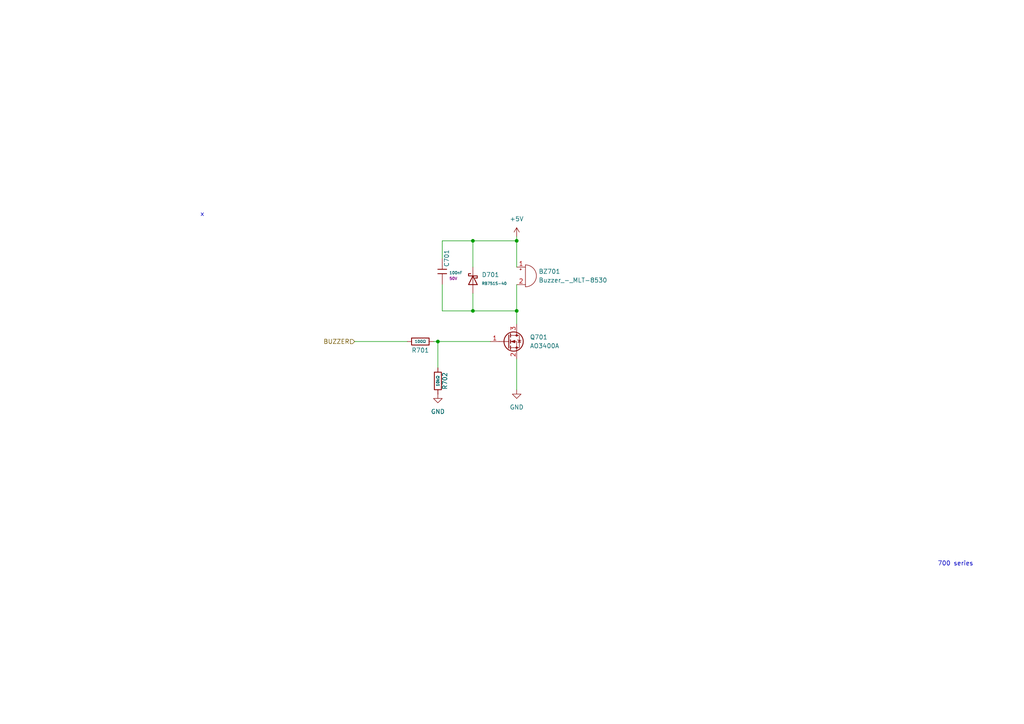
<source format=kicad_sch>
(kicad_sch (version 20250114) (generator "eeschema") (generator_version "9.0")
  (paper "A4")
  (title_block (title "l8"))
  (lib_symbols
    (symbol "PCM_JLCPCB-Capacitors:0603,100nF" (pin_numbers (hide yes)) (pin_names (offset 0))
      (property "Reference" "C" (at 2.032 1.668 0))
      (property "Value" "100nF" (at 2.032 -0.3782 0))
      (property "Voltage Rated" "50V" (at 2.032 -2.0462 0))
      (symbol "0603,100nF_0_1"
        (polyline (pts (xy -1.27 0.635) (xy 1.27 0.635)) (stroke (width 0.254)))
        (polyline (pts (xy -1.27 -0.635) (xy 1.27 -0.635)) (stroke (width 0.254)))
      )
      (symbol "0603,100nF_1_1"
        (pin passive line (at 0 3.81 270) (length 3.175) (name "~") (number "1"))
        (pin passive line (at 0 -3.81 90) (length 3.175) (name "~") (number "2"))
      )
    )
    (symbol "PCM_JLCPCB-Diodes:Schottky,RB751S-40" (pin_numbers (hide yes)) (pin_names (offset 0))
      (property "Reference" "D" (at 2.032 0.834 0))
      (property "Value" "RB751S-40" (at 2.032 -1.2122 0))
      (symbol "Schottky,RB751S-40_0_1"
        (polyline (pts (xy -1.27 1.27) (xy 0 -1.27) (xy 1.27 1.27) (xy -1.27 1.27)) (stroke (width 0.254)))
        (polyline (pts (xy 0.635 -1.905) (xy 1.27 -1.905) (xy 1.27 -1.27) (xy -1.27 -1.27) (xy -1.27 -0.635) (xy -0.635 -0.635)) (stroke (width 0.254)))
      )
      (symbol "Schottky,RB751S-40_1_1"
        (pin passive line (at 0 3.81 270) (length 3.81) (name "~") (number "2"))
        (pin passive line (at 0 -3.81 90) (length 3.81) (name "~") (number "1"))
      )
    )
    (symbol "PCM_JLCPCB-Resistors:0603,100Ω" (pin_numbers (hide yes)) (pin_names (offset 0))
      (property "Reference" "R" (at 1.778 0 0))
      (property "Value" "100Ω" (at 0 0 90))
      (symbol "0603,100Ω_0_1"
        (rectangle (start -1.016 2.54) (end 1.016 -2.54) (stroke (width 0.254)))
      )
      (symbol "0603,100Ω_1_1"
        (pin passive line (at 0 3.81 270) (length 1.27) (name "~") (number "1"))
        (pin passive line (at 0 -3.81 90) (length 1.27) (name "~") (number "2"))
      )
    )
    (symbol "PCM_JLCPCB-Resistors:0603,10kΩ" (pin_numbers (hide yes)) (pin_names (offset 0))
      (property "Reference" "R" (at 1.778 0 0))
      (property "Value" "10kΩ" (at 0 0 90))
      (symbol "0603,10kΩ_0_1"
        (rectangle (start -1.016 2.54) (end 1.016 -2.54) (stroke (width 0.254)))
      )
      (symbol "0603,10kΩ_1_1"
        (pin passive line (at 0 3.81 270) (length 1.27) (name "~") (number "1"))
        (pin passive line (at 0 -3.81 90) (length 1.27) (name "~") (number "2"))
      )
    )
    (symbol "dnt_global:AO3400A" (pin_names (hide yes))
      (property "Reference" "Q" (at 6.35 -1.2701 0))
      (property "Value" "AO3400A" (at 6.35 1.2699 0))
      (symbol "AO3400A_0_1"
        (polyline (pts (xy 0.254 1.905) (xy 0.254 -1.905)) (stroke (width 0.254)))
        (polyline (pts (xy 0.254 0) (xy -2.54 0)))
        (polyline (pts (xy 0.762 2.286) (xy 0.762 1.27)) (stroke (width 0.254)))
        (polyline (pts (xy 0.762 0.508) (xy 0.762 -0.508)) (stroke (width 0.254)))
        (polyline (pts (xy 0.762 -1.27) (xy 0.762 -2.286)) (stroke (width 0.254)))
        (polyline (pts (xy 0.762 -1.778) (xy 3.302 -1.778) (xy 3.302 1.778) (xy 0.762 1.778)))
        (polyline (pts (xy 1.016 0) (xy 2.032 0.381) (xy 2.032 -0.381) (xy 1.016 0)) (fill (type outline)))
        (circle (center 1.651 0) (radius 2.794) (stroke (width 0.254)))
        (polyline (pts (xy 2.54 2.54) (xy 2.54 1.778)))
        (circle (center 2.54 1.778) (radius 0.254) (fill (type outline)))
        (circle (center 2.54 -1.778) (radius 0.254) (fill (type outline)))
        (polyline (pts (xy 2.54 -2.54) (xy 2.54 0) (xy 0.762 0)))
        (polyline (pts (xy 2.794 0.508) (xy 2.921 0.381) (xy 3.683 0.381) (xy 3.81 0.254)))
        (polyline (pts (xy 3.302 0.381) (xy 2.921 -0.254) (xy 3.683 -0.254) (xy 3.302 0.381)))
      )
      (symbol "AO3400A_1_1"
        (pin input line (at -5.08 0 0) (length 2.54) (name "G") (number "1"))
        (pin passive line (at 2.54 5.08 270) (length 2.54) (name "D") (number "3"))
        (pin passive line (at 2.54 -5.08 90) (length 2.54) (name "S") (number "2"))
      )
    )
    (symbol "dnt_global:Buzzer_-_MLT-8530" (pin_names (offset 0.0254) (hide yes))
      (property "Reference" "BZ" (at 3.81 1.27 0))
      (property "Value" "Buzzer_-_MLT-8530" (at 3.81 -1.27 0))
      (symbol "Buzzer_-_MLT-8530_0_1"
        (polyline (pts (xy -1.651 1.905) (xy -1.143 1.905)))
        (polyline (pts (xy -1.397 2.159) (xy -1.397 1.651)))
        (arc (start 0 3.175) (mid 3.1612 0) (end 0 -3.175))
        (polyline (pts (xy 0 3.175) (xy 0 -3.175)))
      )
      (symbol "Buzzer_-_MLT-8530_1_1"
        (pin passive line (at -2.54 2.54 0) (length 2.54) (name "+") (number "1"))
        (pin passive line (at -2.54 -2.54 0) (length 2.54) (name "-") (number "2"))
      )
    )
    (symbol "power:+5V" (power) (pin_numbers (hide yes)) (pin_names (offset 0) (hide yes))
      (property "Value" "+5V" (at 0 3.556 0))
      (symbol "+5V_0_1"
        (polyline (pts (xy -0.762 1.27) (xy 0 2.54)))
        (polyline (pts (xy 0 2.54) (xy 0.762 1.27)))
        (polyline (pts (xy 0 0) (xy 0 2.54)))
      )
      (symbol "+5V_1_1"
        (pin power_in line (at 0 0 90) (length 0) (name "~") (number "1"))
      )
    )
    (symbol "power:GND" (power) (pin_numbers (hide yes)) (pin_names (offset 0) (hide yes))
      (property "Value" "GND" (at 0 -3.81 0))
      (symbol "GND_0_1"
        (polyline (pts (xy 0 0) (xy 0 -1.27) (xy 1.27 -1.27) (xy 0 -2.54) (xy -1.27 -1.27) (xy 0 -1.27)))
      )
      (symbol "GND_1_1"
        (pin power_in line (at 0 0 270) (length 0) (name "~") (number "1"))
      )
    )
  )
  (text "x" (at 58.674 62.23 0) (effects (font (size 1.27 1.27))))
  (text "700 series " (at 277.622 163.576 0) (effects (font (size 1.27 1.27))))
  (junction (at 137.16 69.85))
  (junction (at 149.86 90.17))
  (junction (at 127 99.06))
  (junction (at 137.16 90.17))
  (junction (at 149.86 69.85))
  (wire (pts (xy 125.73 99.06) (xy 127 99.06)))
  (wire (pts (xy 127 99.06) (xy 127 106.68)))
  (wire (pts (xy 137.16 85.09) (xy 137.16 90.17)))
  (wire (pts (xy 128.27 82.55) (xy 128.27 90.17)))
  (wire (pts (xy 149.86 69.85) (xy 137.16 69.85)))
  (wire (pts (xy 149.86 90.17) (xy 137.16 90.17)))
  (wire (pts (xy 128.27 69.85) (xy 128.27 74.93)))
  (wire (pts (xy 137.16 69.85) (xy 137.16 77.47)))
  (wire (pts (xy 149.86 82.55) (xy 149.86 90.17)))
  (wire (pts (xy 149.86 90.17) (xy 149.86 93.98)))
  (wire (pts (xy 149.86 68.58) (xy 149.86 69.85)))
  (wire (pts (xy 137.16 90.17) (xy 128.27 90.17)))
  (wire (pts (xy 127 99.06) (xy 142.24 99.06)))
  (wire (pts (xy 102.87 99.06) (xy 118.11 99.06)))
  (wire (pts (xy 137.16 69.85) (xy 128.27 69.85)))
  (wire (pts (xy 149.86 69.85) (xy 149.86 77.47)))
  (wire (pts (xy 149.86 104.14) (xy 149.86 113.03)))
  (hierarchical_label "BUZZER" (shape input) (at 102.87 99.06 180))
  (symbol (lib_id "dnt_global:AO3400A") (at 147.32 99.06 0) (unit 1)
    (property "Reference" "Q701" (at 153.67 97.7899 0) (effects (justify left)))
    (property "Value" "AO3400A" (at 153.67 100.3299 0) (effects (justify left)))
    (property "Footprint" "Package_TO_SOT_SMD:SOT-23" (effects (hide yes)))
    (property "Datasheet" "http://www.aosmd.com/pdfs/datasheet/AO3400A.pdf" (effects (hide yes)))
    (property "Description" "30V Vds, 5.7A Id, N-Channel MOSFET, SOT-23" (effects (hide yes)))
    (property "LCSC" "C2480" (effects (hide yes)))
    (instances (project "z9-shared" (path "" (reference "Q701") (unit 1))) (project "z9-console" (path "" (reference "Q?") (unit 1))))
  )
  (symbol (lib_id "PCM_JLCPCB-Diodes:Schottky,RB751S-40") (at 137.16 81.28 180) (unit 1)
    (property "Reference" "D701" (at 139.7 79.6924 0) (effects (justify right)))
    (property "Value" "RB751S-40" (at 139.7 82.2325 0) (effects (font (size 0.8 0.8)) (justify right)))
    (property "Footprint" "PCM_JLCPCB:D_SOD-523" (effects (hide yes)))
    (property "Datasheet" "https://wmsc.lcsc.com/wmsc/upload/file/pdf/v2/lcsc/2311171118_hongjiacheng-RB751S-40_C7502700.pdf" (effects (hide yes)))
    (property "Description" "40V Independent Type 30mA 370mV@1mA SOD-523 Schottky Diodes ROHS" (effects (hide yes)))
    (property "LCSC" "C7502700" (effects (hide yes)))
    (property "Stock" "38841" (effects (hide yes)))
    (property "Price" "0.018USD" (effects (hide yes)))
    (property "Process" "SMT" (effects (hide yes)))
    (property "Minimum Qty" "20" (effects (hide yes)))
    (property "Attrition Qty" "6" (effects (hide yes)))
    (property "Class" "Preferred Component" (effects (hide yes)))
    (property "Category" "Diodes,Schottky Diodes" (effects (hide yes)))
    (property "Manufacturer" "hongjiacheng" (effects (hide yes)))
    (property "Part" "RB751S-40" (effects (hide yes)))
    (property "Rectified Current" "30mA" (effects (hide yes)))
    (property "Forward Voltage (Vf@If)" "370mV@1mA" (effects (hide yes)))
    (property "Reverse Voltage (Vr)" "40V" (effects (hide yes)))
    (property "Diode Configuration" "Independent Type" (effects (hide yes)))
    (property "Reverse Leakage Current (Ir)" "500nA" (effects (hide yes)))
    (instances (project "z9-shared" (path "" (reference "D701") (unit 1))) (project "z9-console" (path "" (reference "D?") (unit 1))))
  )
  (symbol (lib_id "power:GND") (at 127 114.3 0) (unit 1)
    (property "Reference" "#PWR0701" (effects (hide yes)))
    (property "Value" "GND" (at 127 119.38 0))
    (property "Description" "Power symbol creates a global label with name \"GND\" , ground" (effects (hide yes)))
    (instances (project "z9-shared" (path "" (reference "#PWR0701") (unit 1))) (project "z9-console" (path "" (reference "#PWR?") (unit 1))))
  )
  (symbol (lib_id "power:+5V") (at 149.86 68.58 0) (unit 1)
    (property "Reference" "#PWR0702" (effects (hide yes)))
    (property "Value" "+5V" (at 149.86 63.5 0))
    (property "Description" "Power symbol creates a global label with name \"+5V\"" (effects (hide yes)))
    (instances (project "z9-shared" (path "" (reference "#PWR0702") (unit 1))) (project "z9-console" (path "" (reference "#PWR?") (unit 1))))
  )
  (symbol (lib_id "PCM_JLCPCB-Capacitors:0603,100nF") (at 128.27 78.74 0) (unit 1)
    (property "Reference" "C701" (at 129.54 77.47 90) (effects (justify left)))
    (property "Value" "100nF" (at 130.302 79.1182 0) (effects (font (size 0.8 0.8)) (justify left)))
    (property "Footprint" "PCM_JLCPCB:C_0603" (effects (hide yes)))
    (property "Datasheet" "https://www.lcsc.com/datasheet/lcsc_datasheet_2211101700_YAGEO-CC0603KRX7R9BB104_C14663.pdf" (effects (hide yes)))
    (property "Description" "50V 100nF X7R ±10% 0603 Multilayer Ceramic Capacitors MLCC - SMD/SMT ROHS" (effects (hide yes)))
    (property "LCSC" "C14663" (effects (hide yes)))
    (property "Stock" "70324515" (effects (hide yes)))
    (property "Price" "0.006USD" (effects (hide yes)))
    (property "Process" "SMT" (effects (hide yes)))
    (property "Minimum Qty" "20" (effects (hide yes)))
    (property "Attrition Qty" "10" (effects (hide yes)))
    (property "Class" "Basic Component" (effects (hide yes)))
    (property "Category" "Capacitors,Multilayer Ceramic Capacitors MLCC - SMD/SMT" (effects (hide yes)))
    (property "Manufacturer" "YAGEO" (effects (hide yes)))
    (property "Part" "CC0603KRX7R9BB104" (effects (hide yes)))
    (property "Voltage Rated" "50V" (at 130.302 80.7862 0) (effects (font (size 0.8 0.8)) (justify left)))
    (property "Tolerance" "±10%" (effects (hide yes)))
    (property "Capacitance" "100nF" (effects (hide yes)))
    (property "Temperature Coefficient" "X7R" (effects (hide yes)))
    (instances (project "z9-shared" (path "" (reference "C701") (unit 1))) (project "z9-console" (path "" (reference "C?") (unit 1))))
  )
  (symbol (lib_id "dnt_global:Buzzer_-_MLT-8530") (at 152.4 80.01 0) (unit 1)
    (property "Reference" "BZ701" (at 156.21 78.7399 0) (effects (justify left)))
    (property "Value" "Buzzer_-_MLT-8530" (at 156.21 81.2799 0) (effects (justify left)))
    (property "Footprint" "dnt:Buzzer - MLT-8530_JHE" (effects (hide yes)))
    (property "Datasheet" "https://jlcpcb.com/api/file/downloadByFileSystemAccessId/8588881950006657024" (effects (hide yes)))
    (property "Description" "Buzzer, polarized" (effects (hide yes)))
    (property "LCSC" "C94599" (effects (hide yes)))
    (instances (project "z9-shared" (path "" (reference "BZ701") (unit 1))) (project "z9-console" (path "" (reference "BZ?") (unit 1))))
  )
  (symbol (lib_id "PCM_JLCPCB-Resistors:0603,10kΩ") (at 127 110.49 0) (mirror x) (unit 1)
    (property "Reference" "R702" (at 129.032 110.49 90))
    (property "Value" "10kΩ" (at 127 110.49 90) (effects (font (size 0.8 0.8))))
    (property "Footprint" "PCM_JLCPCB:R_0603" (effects (hide yes)))
    (property "Datasheet" "https://www.lcsc.com/datasheet/lcsc_datasheet_2206010045_UNI-ROYAL-Uniroyal-Elec-0603WAF1002T5E_C25804.pdf" (effects (hide yes)))
    (property "Description" "100mW Thick Film Resistors 75V ±100ppm/°C ±1% 10kΩ 0603 Chip Resistor - Surface Mount ROHS" (effects (hide yes)))
    (property "LCSC" "C25804" (effects (hide yes)))
    (property "Stock" "51181774" (effects (hide yes)))
    (property "Price" "0.004USD" (effects (hide yes)))
    (property "Process" "SMT" (effects (hide yes)))
    (property "Minimum Qty" "20" (effects (hide yes)))
    (property "Attrition Qty" "10" (effects (hide yes)))
    (property "Class" "Basic Component" (effects (hide yes)))
    (property "Category" "Resistors,Chip Resistor - Surface Mount" (effects (hide yes)))
    (property "Manufacturer" "UNI-ROYAL(Uniroyal Elec)" (effects (hide yes)))
    (property "Part" "0603WAF1002T5E" (effects (hide yes)))
    (property "Resistance" "10kΩ" (effects (hide yes)))
    (property "Power(Watts)" "100mW" (effects (hide yes)))
    (property "Type" "Thick Film Resistors" (effects (hide yes)))
    (property "Overload Voltage (Max)" "75V" (effects (hide yes)))
    (property "Operating Temperature Range" "-55°C~+155°C" (effects (hide yes)))
    (property "Tolerance" "±1%" (effects (hide yes)))
    (property "Temperature Coefficient" "±100ppm/°C" (effects (hide yes)))
    (instances (project "z9-shared" (path "" (reference "R702") (unit 1))) (project "z9-console" (path "" (reference "R?") (unit 1))))
  )
  (symbol (lib_id "PCM_JLCPCB-Resistors:0603,100Ω") (at 121.92 99.06 270) (unit 1)
    (property "Reference" "R701" (at 121.92 101.6 90))
    (property "Value" "100Ω" (at 121.92 99.06 90) (effects (font (size 0.8 0.8))))
    (property "Footprint" "PCM_JLCPCB:R_0603" (effects (hide yes)))
    (property "Datasheet" "https://www.lcsc.com/datasheet/lcsc_datasheet_2411221126_UNI-ROYAL-Uniroyal-Elec-0603WAF1000T5E_C22775.pdf" (effects (hide yes)))
    (property "Description" "100mW Thick Film Resistors 75V ±1% ±200ppm/°C 100Ω 0603 Chip Resistor - Surface Mount ROHS" (effects (hide yes)))
    (property "LCSC" "C22775" (effects (hide yes)))
    (property "Stock" "8202320" (effects (hide yes)))
    (property "Price" "0.004USD" (effects (hide yes)))
    (property "Process" "SMT" (effects (hide yes)))
    (property "Minimum Qty" "20" (effects (hide yes)))
    (property "Attrition Qty" "10" (effects (hide yes)))
    (property "Class" "Basic Component" (effects (hide yes)))
    (property "Category" "Resistors,Chip Resistor - Surface Mount" (effects (hide yes)))
    (property "Manufacturer" "UNI-ROYAL(Uniroyal Elec)" (effects (hide yes)))
    (property "Part" "0603WAF1000T5E" (effects (hide yes)))
    (property "Resistance" "100Ω" (effects (hide yes)))
    (property "Power(Watts)" "100mW" (effects (hide yes)))
    (property "Type" "Thick Film Resistors" (effects (hide yes)))
    (property "Overload Voltage (Max)" "75V" (effects (hide yes)))
    (property "Operating Temperature Range" "-55°C~+155°C" (effects (hide yes)))
    (property "Tolerance" "±1%" (effects (hide yes)))
    (property "Temperature Coefficient" "±200ppm/°C" (effects (hide yes)))
    (instances (project "z9-shared" (path "" (reference "R701") (unit 1))) (project "z9-console" (path "" (reference "R?") (unit 1))))
  )
  (symbol (lib_id "power:GND") (at 149.86 113.03 0) (unit 1)
    (property "Reference" "#PWR0703" (effects (hide yes)))
    (property "Value" "GND" (at 149.86 118.11 0))
    (property "Description" "Power symbol creates a global label with name \"GND\" , ground" (effects (hide yes)))
    (instances (project "z9-shared" (path "" (reference "#PWR0703") (unit 1))) (project "z9-console" (path "" (reference "#PWR?") (unit 1))))
  )
)
</source>
